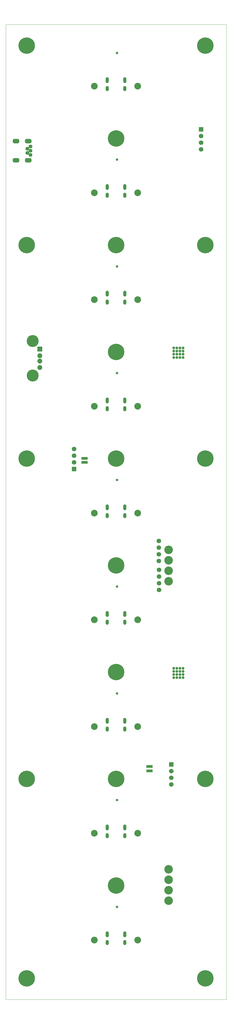
<source format=gbr>
%FSLAX35Y35*%
%MOIN*%
G04 EasyPC Gerber Version 18.0.8 Build 3632 *
%ADD83O,0.04937X0.07693*%
%ADD82O,0.04937X0.08874*%
%ADD76R,0.07299X0.07299*%
%ADD10C,0.00472*%
%ADD75C,0.03756*%
%ADD74C,0.04150*%
%ADD80C,0.05724*%
%ADD85C,0.06906*%
%ADD77C,0.07299*%
%ADD84C,0.10055*%
%ADD79C,0.12811*%
%ADD78C,0.17929*%
%ADD81O,0.10449X0.06906*%
%ADD88R,0.09661X0.04150*%
%ADD86C,0.24622*%
%ADD87R,0.06906X0.06906*%
X0Y0D02*
D02*
D10*
X78745Y177195D02*
X409454D01*
Y1637038*
X78745*
Y177195*
D02*
D74*
X330512Y659055D03*
Y663780D03*
Y668504D03*
Y673228D03*
Y1138583D03*
Y1143307D03*
Y1148031D03*
Y1152756D03*
X335236Y659055D03*
Y663780D03*
Y668504D03*
Y673228D03*
Y1138583D03*
Y1143307D03*
Y1148031D03*
Y1152756D03*
X339961Y659055D03*
Y663780D03*
Y668504D03*
Y673228D03*
Y1138583D03*
Y1143307D03*
Y1148031D03*
Y1152756D03*
X344685Y659055D03*
Y663780D03*
Y668504D03*
Y673228D03*
Y1138583D03*
Y1143307D03*
Y1148031D03*
Y1152756D03*
D02*
D75*
X245630Y315787D03*
Y475630D03*
Y635472D03*
Y795315D03*
Y955157D03*
Y1115000D03*
Y1274843D03*
Y1434685D03*
Y1594528D03*
D02*
D76*
X129795Y1150984D03*
D02*
D77*
Y1123425D03*
Y1133268D03*
Y1141142D03*
D02*
D78*
X119126Y1111339D03*
Y1163071D03*
D02*
D79*
X322835Y325236D03*
Y340827D03*
Y356417D03*
Y372008D03*
Y803583D03*
Y819173D03*
Y834764D03*
Y850354D03*
D02*
D80*
X111319Y1444882D03*
Y1451181D03*
X116043Y1441732D03*
Y1448031D03*
Y1454331D03*
D02*
D81*
X94193Y1433661D03*
Y1462402D03*
X112500Y1433661D03*
Y1462402D03*
D02*
D82*
X231004Y274902D03*
Y434744D03*
Y594587D03*
Y754429D03*
Y914272D03*
Y1074114D03*
Y1233957D03*
Y1393799D03*
Y1553642D03*
X257185Y274902D03*
Y434744D03*
Y594587D03*
Y754429D03*
Y914272D03*
Y1074114D03*
Y1233957D03*
Y1393799D03*
Y1553642D03*
D02*
D83*
X231004Y262500D03*
Y422343D03*
Y582185D03*
Y742028D03*
Y901870D03*
Y1061713D03*
Y1221555D03*
Y1381398D03*
Y1541240D03*
X257185Y262500D03*
Y422343D03*
Y582185D03*
Y742028D03*
Y901870D03*
Y1061713D03*
Y1221555D03*
Y1381398D03*
Y1541240D03*
D02*
D84*
X211516Y266122D03*
Y425965D03*
Y585807D03*
Y745650D03*
Y905492D03*
Y1065335D03*
Y1225177D03*
Y1385020D03*
Y1544862D03*
X276673Y266122D03*
Y425965D03*
Y585807D03*
Y745650D03*
Y905492D03*
Y1065335D03*
Y1225177D03*
Y1385020D03*
Y1544862D03*
D02*
D85*
X181339Y981575D03*
Y991575D03*
Y1001575D03*
X308268Y833819D03*
Y843819D03*
Y853819D03*
Y863819D03*
X308465Y790512D03*
Y800512D03*
Y810512D03*
Y820512D03*
X326811Y499213D03*
Y509213D03*
Y519213D03*
X371496Y1450079D03*
Y1460079D03*
Y1470079D03*
D02*
D86*
X110236Y208661D03*
Y507480D03*
Y987008D03*
Y1306693D03*
Y1605512D03*
X244094Y347638D03*
Y507480D03*
Y667323D03*
Y827165D03*
Y987008D03*
Y1146850D03*
Y1306693D03*
Y1466535D03*
X377953Y208661D03*
Y507480D03*
Y987008D03*
Y1306693D03*
Y1605512D03*
D02*
D87*
X181339Y971575D03*
X326811Y529213D03*
X371496Y1480079D03*
D02*
D88*
X197047Y981457D03*
Y987480D03*
X294291Y519291D03*
Y525984D03*
X0Y0D02*
M02*

</source>
